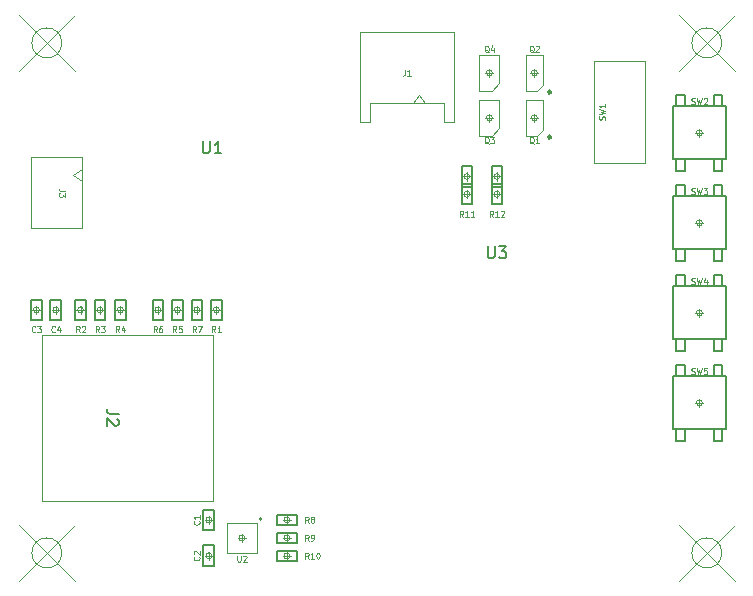
<source format=gbr>
%TF.GenerationSoftware,KiCad,Pcbnew,9.0.6*%
%TF.CreationDate,2026-01-30T18:10:03-05:00*%
%TF.ProjectId,destinationWeatherStation_v4-5,64657374-696e-4617-9469-6f6e57656174,03*%
%TF.SameCoordinates,Original*%
%TF.FileFunction,AssemblyDrawing,Top*%
%FSLAX46Y46*%
G04 Gerber Fmt 4.6, Leading zero omitted, Abs format (unit mm)*
G04 Created by KiCad (PCBNEW 9.0.6) date 2026-01-30 18:10:03*
%MOMM*%
%LPD*%
G01*
G04 APERTURE LIST*
%ADD10C,0.050000*%
%ADD11C,0.150000*%
%ADD12C,0.120000*%
%ADD13C,0.250000*%
%ADD14C,0.100000*%
G04 APERTURE END LIST*
D10*
X171418334Y-102947900D02*
X171489762Y-102971709D01*
X171489762Y-102971709D02*
X171608810Y-102971709D01*
X171608810Y-102971709D02*
X171656429Y-102947900D01*
X171656429Y-102947900D02*
X171680238Y-102924090D01*
X171680238Y-102924090D02*
X171704048Y-102876471D01*
X171704048Y-102876471D02*
X171704048Y-102828852D01*
X171704048Y-102828852D02*
X171680238Y-102781233D01*
X171680238Y-102781233D02*
X171656429Y-102757423D01*
X171656429Y-102757423D02*
X171608810Y-102733614D01*
X171608810Y-102733614D02*
X171513572Y-102709804D01*
X171513572Y-102709804D02*
X171465953Y-102685995D01*
X171465953Y-102685995D02*
X171442143Y-102662185D01*
X171442143Y-102662185D02*
X171418334Y-102614566D01*
X171418334Y-102614566D02*
X171418334Y-102566947D01*
X171418334Y-102566947D02*
X171442143Y-102519328D01*
X171442143Y-102519328D02*
X171465953Y-102495519D01*
X171465953Y-102495519D02*
X171513572Y-102471709D01*
X171513572Y-102471709D02*
X171632619Y-102471709D01*
X171632619Y-102471709D02*
X171704048Y-102495519D01*
X171870714Y-102471709D02*
X171989762Y-102971709D01*
X171989762Y-102971709D02*
X172085000Y-102614566D01*
X172085000Y-102614566D02*
X172180238Y-102971709D01*
X172180238Y-102971709D02*
X172299286Y-102471709D01*
X172727857Y-102471709D02*
X172489762Y-102471709D01*
X172489762Y-102471709D02*
X172465953Y-102709804D01*
X172465953Y-102709804D02*
X172489762Y-102685995D01*
X172489762Y-102685995D02*
X172537381Y-102662185D01*
X172537381Y-102662185D02*
X172656429Y-102662185D01*
X172656429Y-102662185D02*
X172704048Y-102685995D01*
X172704048Y-102685995D02*
X172727857Y-102709804D01*
X172727857Y-102709804D02*
X172751667Y-102757423D01*
X172751667Y-102757423D02*
X172751667Y-102876471D01*
X172751667Y-102876471D02*
X172727857Y-102924090D01*
X172727857Y-102924090D02*
X172704048Y-102947900D01*
X172704048Y-102947900D02*
X172656429Y-102971709D01*
X172656429Y-102971709D02*
X172537381Y-102971709D01*
X172537381Y-102971709D02*
X172489762Y-102947900D01*
X172489762Y-102947900D02*
X172465953Y-102924090D01*
X171418334Y-87707900D02*
X171489762Y-87731709D01*
X171489762Y-87731709D02*
X171608810Y-87731709D01*
X171608810Y-87731709D02*
X171656429Y-87707900D01*
X171656429Y-87707900D02*
X171680238Y-87684090D01*
X171680238Y-87684090D02*
X171704048Y-87636471D01*
X171704048Y-87636471D02*
X171704048Y-87588852D01*
X171704048Y-87588852D02*
X171680238Y-87541233D01*
X171680238Y-87541233D02*
X171656429Y-87517423D01*
X171656429Y-87517423D02*
X171608810Y-87493614D01*
X171608810Y-87493614D02*
X171513572Y-87469804D01*
X171513572Y-87469804D02*
X171465953Y-87445995D01*
X171465953Y-87445995D02*
X171442143Y-87422185D01*
X171442143Y-87422185D02*
X171418334Y-87374566D01*
X171418334Y-87374566D02*
X171418334Y-87326947D01*
X171418334Y-87326947D02*
X171442143Y-87279328D01*
X171442143Y-87279328D02*
X171465953Y-87255519D01*
X171465953Y-87255519D02*
X171513572Y-87231709D01*
X171513572Y-87231709D02*
X171632619Y-87231709D01*
X171632619Y-87231709D02*
X171704048Y-87255519D01*
X171870714Y-87231709D02*
X171989762Y-87731709D01*
X171989762Y-87731709D02*
X172085000Y-87374566D01*
X172085000Y-87374566D02*
X172180238Y-87731709D01*
X172180238Y-87731709D02*
X172299286Y-87231709D01*
X172442143Y-87231709D02*
X172751667Y-87231709D01*
X172751667Y-87231709D02*
X172585000Y-87422185D01*
X172585000Y-87422185D02*
X172656429Y-87422185D01*
X172656429Y-87422185D02*
X172704048Y-87445995D01*
X172704048Y-87445995D02*
X172727857Y-87469804D01*
X172727857Y-87469804D02*
X172751667Y-87517423D01*
X172751667Y-87517423D02*
X172751667Y-87636471D01*
X172751667Y-87636471D02*
X172727857Y-87684090D01*
X172727857Y-87684090D02*
X172704048Y-87707900D01*
X172704048Y-87707900D02*
X172656429Y-87731709D01*
X172656429Y-87731709D02*
X172513572Y-87731709D01*
X172513572Y-87731709D02*
X172465953Y-87707900D01*
X172465953Y-87707900D02*
X172442143Y-87684090D01*
X171418334Y-80087900D02*
X171489762Y-80111709D01*
X171489762Y-80111709D02*
X171608810Y-80111709D01*
X171608810Y-80111709D02*
X171656429Y-80087900D01*
X171656429Y-80087900D02*
X171680238Y-80064090D01*
X171680238Y-80064090D02*
X171704048Y-80016471D01*
X171704048Y-80016471D02*
X171704048Y-79968852D01*
X171704048Y-79968852D02*
X171680238Y-79921233D01*
X171680238Y-79921233D02*
X171656429Y-79897423D01*
X171656429Y-79897423D02*
X171608810Y-79873614D01*
X171608810Y-79873614D02*
X171513572Y-79849804D01*
X171513572Y-79849804D02*
X171465953Y-79825995D01*
X171465953Y-79825995D02*
X171442143Y-79802185D01*
X171442143Y-79802185D02*
X171418334Y-79754566D01*
X171418334Y-79754566D02*
X171418334Y-79706947D01*
X171418334Y-79706947D02*
X171442143Y-79659328D01*
X171442143Y-79659328D02*
X171465953Y-79635519D01*
X171465953Y-79635519D02*
X171513572Y-79611709D01*
X171513572Y-79611709D02*
X171632619Y-79611709D01*
X171632619Y-79611709D02*
X171704048Y-79635519D01*
X171870714Y-79611709D02*
X171989762Y-80111709D01*
X171989762Y-80111709D02*
X172085000Y-79754566D01*
X172085000Y-79754566D02*
X172180238Y-80111709D01*
X172180238Y-80111709D02*
X172299286Y-79611709D01*
X172465953Y-79659328D02*
X172489762Y-79635519D01*
X172489762Y-79635519D02*
X172537381Y-79611709D01*
X172537381Y-79611709D02*
X172656429Y-79611709D01*
X172656429Y-79611709D02*
X172704048Y-79635519D01*
X172704048Y-79635519D02*
X172727857Y-79659328D01*
X172727857Y-79659328D02*
X172751667Y-79706947D01*
X172751667Y-79706947D02*
X172751667Y-79754566D01*
X172751667Y-79754566D02*
X172727857Y-79825995D01*
X172727857Y-79825995D02*
X172442143Y-80111709D01*
X172442143Y-80111709D02*
X172751667Y-80111709D01*
X158067380Y-75714328D02*
X158019761Y-75690519D01*
X158019761Y-75690519D02*
X157972142Y-75642900D01*
X157972142Y-75642900D02*
X157900714Y-75571471D01*
X157900714Y-75571471D02*
X157853095Y-75547661D01*
X157853095Y-75547661D02*
X157805476Y-75547661D01*
X157829285Y-75666709D02*
X157781666Y-75642900D01*
X157781666Y-75642900D02*
X157734047Y-75595280D01*
X157734047Y-75595280D02*
X157710238Y-75500042D01*
X157710238Y-75500042D02*
X157710238Y-75333376D01*
X157710238Y-75333376D02*
X157734047Y-75238138D01*
X157734047Y-75238138D02*
X157781666Y-75190519D01*
X157781666Y-75190519D02*
X157829285Y-75166709D01*
X157829285Y-75166709D02*
X157924523Y-75166709D01*
X157924523Y-75166709D02*
X157972142Y-75190519D01*
X157972142Y-75190519D02*
X158019761Y-75238138D01*
X158019761Y-75238138D02*
X158043571Y-75333376D01*
X158043571Y-75333376D02*
X158043571Y-75500042D01*
X158043571Y-75500042D02*
X158019761Y-75595280D01*
X158019761Y-75595280D02*
X157972142Y-75642900D01*
X157972142Y-75642900D02*
X157924523Y-75666709D01*
X157924523Y-75666709D02*
X157829285Y-75666709D01*
X158234048Y-75214328D02*
X158257857Y-75190519D01*
X158257857Y-75190519D02*
X158305476Y-75166709D01*
X158305476Y-75166709D02*
X158424524Y-75166709D01*
X158424524Y-75166709D02*
X158472143Y-75190519D01*
X158472143Y-75190519D02*
X158495952Y-75214328D01*
X158495952Y-75214328D02*
X158519762Y-75261947D01*
X158519762Y-75261947D02*
X158519762Y-75309566D01*
X158519762Y-75309566D02*
X158495952Y-75380995D01*
X158495952Y-75380995D02*
X158210238Y-75666709D01*
X158210238Y-75666709D02*
X158519762Y-75666709D01*
X154618571Y-89636709D02*
X154451905Y-89398614D01*
X154332857Y-89636709D02*
X154332857Y-89136709D01*
X154332857Y-89136709D02*
X154523333Y-89136709D01*
X154523333Y-89136709D02*
X154570952Y-89160519D01*
X154570952Y-89160519D02*
X154594762Y-89184328D01*
X154594762Y-89184328D02*
X154618571Y-89231947D01*
X154618571Y-89231947D02*
X154618571Y-89303376D01*
X154618571Y-89303376D02*
X154594762Y-89350995D01*
X154594762Y-89350995D02*
X154570952Y-89374804D01*
X154570952Y-89374804D02*
X154523333Y-89398614D01*
X154523333Y-89398614D02*
X154332857Y-89398614D01*
X155094762Y-89636709D02*
X154809048Y-89636709D01*
X154951905Y-89636709D02*
X154951905Y-89136709D01*
X154951905Y-89136709D02*
X154904286Y-89208138D01*
X154904286Y-89208138D02*
X154856667Y-89255757D01*
X154856667Y-89255757D02*
X154809048Y-89279566D01*
X155285238Y-89184328D02*
X155309047Y-89160519D01*
X155309047Y-89160519D02*
X155356666Y-89136709D01*
X155356666Y-89136709D02*
X155475714Y-89136709D01*
X155475714Y-89136709D02*
X155523333Y-89160519D01*
X155523333Y-89160519D02*
X155547142Y-89184328D01*
X155547142Y-89184328D02*
X155570952Y-89231947D01*
X155570952Y-89231947D02*
X155570952Y-89279566D01*
X155570952Y-89279566D02*
X155547142Y-89350995D01*
X155547142Y-89350995D02*
X155261428Y-89636709D01*
X155261428Y-89636709D02*
X155570952Y-89636709D01*
X129721090Y-118435333D02*
X129744900Y-118459142D01*
X129744900Y-118459142D02*
X129768709Y-118530571D01*
X129768709Y-118530571D02*
X129768709Y-118578190D01*
X129768709Y-118578190D02*
X129744900Y-118649618D01*
X129744900Y-118649618D02*
X129697280Y-118697237D01*
X129697280Y-118697237D02*
X129649661Y-118721047D01*
X129649661Y-118721047D02*
X129554423Y-118744856D01*
X129554423Y-118744856D02*
X129482995Y-118744856D01*
X129482995Y-118744856D02*
X129387757Y-118721047D01*
X129387757Y-118721047D02*
X129340138Y-118697237D01*
X129340138Y-118697237D02*
X129292519Y-118649618D01*
X129292519Y-118649618D02*
X129268709Y-118578190D01*
X129268709Y-118578190D02*
X129268709Y-118530571D01*
X129268709Y-118530571D02*
X129292519Y-118459142D01*
X129292519Y-118459142D02*
X129316328Y-118435333D01*
X129316328Y-118244856D02*
X129292519Y-118221047D01*
X129292519Y-118221047D02*
X129268709Y-118173428D01*
X129268709Y-118173428D02*
X129268709Y-118054380D01*
X129268709Y-118054380D02*
X129292519Y-118006761D01*
X129292519Y-118006761D02*
X129316328Y-117982952D01*
X129316328Y-117982952D02*
X129363947Y-117959142D01*
X129363947Y-117959142D02*
X129411566Y-117959142D01*
X129411566Y-117959142D02*
X129482995Y-117982952D01*
X129482995Y-117982952D02*
X129768709Y-118268666D01*
X129768709Y-118268666D02*
X129768709Y-117959142D01*
X147153333Y-77198709D02*
X147153333Y-77555852D01*
X147153333Y-77555852D02*
X147129524Y-77627280D01*
X147129524Y-77627280D02*
X147081905Y-77674900D01*
X147081905Y-77674900D02*
X147010476Y-77698709D01*
X147010476Y-77698709D02*
X146962857Y-77698709D01*
X147653333Y-77698709D02*
X147367619Y-77698709D01*
X147510476Y-77698709D02*
X147510476Y-77198709D01*
X147510476Y-77198709D02*
X147462857Y-77270138D01*
X147462857Y-77270138D02*
X147415238Y-77317757D01*
X147415238Y-77317757D02*
X147367619Y-77341566D01*
X154257380Y-75714328D02*
X154209761Y-75690519D01*
X154209761Y-75690519D02*
X154162142Y-75642900D01*
X154162142Y-75642900D02*
X154090714Y-75571471D01*
X154090714Y-75571471D02*
X154043095Y-75547661D01*
X154043095Y-75547661D02*
X153995476Y-75547661D01*
X154019285Y-75666709D02*
X153971666Y-75642900D01*
X153971666Y-75642900D02*
X153924047Y-75595280D01*
X153924047Y-75595280D02*
X153900238Y-75500042D01*
X153900238Y-75500042D02*
X153900238Y-75333376D01*
X153900238Y-75333376D02*
X153924047Y-75238138D01*
X153924047Y-75238138D02*
X153971666Y-75190519D01*
X153971666Y-75190519D02*
X154019285Y-75166709D01*
X154019285Y-75166709D02*
X154114523Y-75166709D01*
X154114523Y-75166709D02*
X154162142Y-75190519D01*
X154162142Y-75190519D02*
X154209761Y-75238138D01*
X154209761Y-75238138D02*
X154233571Y-75333376D01*
X154233571Y-75333376D02*
X154233571Y-75500042D01*
X154233571Y-75500042D02*
X154209761Y-75595280D01*
X154209761Y-75595280D02*
X154162142Y-75642900D01*
X154162142Y-75642900D02*
X154114523Y-75666709D01*
X154114523Y-75666709D02*
X154019285Y-75666709D01*
X154662143Y-75333376D02*
X154662143Y-75666709D01*
X154543095Y-75142900D02*
X154424048Y-75500042D01*
X154424048Y-75500042D02*
X154733571Y-75500042D01*
D11*
X122915180Y-106346666D02*
X122200895Y-106346666D01*
X122200895Y-106346666D02*
X122058038Y-106299047D01*
X122058038Y-106299047D02*
X121962800Y-106203809D01*
X121962800Y-106203809D02*
X121915180Y-106060952D01*
X121915180Y-106060952D02*
X121915180Y-105965714D01*
X122819942Y-106775238D02*
X122867561Y-106822857D01*
X122867561Y-106822857D02*
X122915180Y-106918095D01*
X122915180Y-106918095D02*
X122915180Y-107156190D01*
X122915180Y-107156190D02*
X122867561Y-107251428D01*
X122867561Y-107251428D02*
X122819942Y-107299047D01*
X122819942Y-107299047D02*
X122724704Y-107346666D01*
X122724704Y-107346666D02*
X122629466Y-107346666D01*
X122629466Y-107346666D02*
X122486609Y-107299047D01*
X122486609Y-107299047D02*
X121915180Y-106727619D01*
X121915180Y-106727619D02*
X121915180Y-107346666D01*
D10*
X171418334Y-95327900D02*
X171489762Y-95351709D01*
X171489762Y-95351709D02*
X171608810Y-95351709D01*
X171608810Y-95351709D02*
X171656429Y-95327900D01*
X171656429Y-95327900D02*
X171680238Y-95304090D01*
X171680238Y-95304090D02*
X171704048Y-95256471D01*
X171704048Y-95256471D02*
X171704048Y-95208852D01*
X171704048Y-95208852D02*
X171680238Y-95161233D01*
X171680238Y-95161233D02*
X171656429Y-95137423D01*
X171656429Y-95137423D02*
X171608810Y-95113614D01*
X171608810Y-95113614D02*
X171513572Y-95089804D01*
X171513572Y-95089804D02*
X171465953Y-95065995D01*
X171465953Y-95065995D02*
X171442143Y-95042185D01*
X171442143Y-95042185D02*
X171418334Y-94994566D01*
X171418334Y-94994566D02*
X171418334Y-94946947D01*
X171418334Y-94946947D02*
X171442143Y-94899328D01*
X171442143Y-94899328D02*
X171465953Y-94875519D01*
X171465953Y-94875519D02*
X171513572Y-94851709D01*
X171513572Y-94851709D02*
X171632619Y-94851709D01*
X171632619Y-94851709D02*
X171704048Y-94875519D01*
X171870714Y-94851709D02*
X171989762Y-95351709D01*
X171989762Y-95351709D02*
X172085000Y-94994566D01*
X172085000Y-94994566D02*
X172180238Y-95351709D01*
X172180238Y-95351709D02*
X172299286Y-94851709D01*
X172704048Y-95018376D02*
X172704048Y-95351709D01*
X172585000Y-94827900D02*
X172465953Y-95185042D01*
X172465953Y-95185042D02*
X172775476Y-95185042D01*
X138994655Y-118592709D02*
X138827989Y-118354614D01*
X138708941Y-118592709D02*
X138708941Y-118092709D01*
X138708941Y-118092709D02*
X138899417Y-118092709D01*
X138899417Y-118092709D02*
X138947036Y-118116519D01*
X138947036Y-118116519D02*
X138970846Y-118140328D01*
X138970846Y-118140328D02*
X138994655Y-118187947D01*
X138994655Y-118187947D02*
X138994655Y-118259376D01*
X138994655Y-118259376D02*
X138970846Y-118306995D01*
X138970846Y-118306995D02*
X138947036Y-118330804D01*
X138947036Y-118330804D02*
X138899417Y-118354614D01*
X138899417Y-118354614D02*
X138708941Y-118354614D01*
X139470846Y-118592709D02*
X139185132Y-118592709D01*
X139327989Y-118592709D02*
X139327989Y-118092709D01*
X139327989Y-118092709D02*
X139280370Y-118164138D01*
X139280370Y-118164138D02*
X139232751Y-118211757D01*
X139232751Y-118211757D02*
X139185132Y-118235566D01*
X139780369Y-118092709D02*
X139827988Y-118092709D01*
X139827988Y-118092709D02*
X139875607Y-118116519D01*
X139875607Y-118116519D02*
X139899417Y-118140328D01*
X139899417Y-118140328D02*
X139923226Y-118187947D01*
X139923226Y-118187947D02*
X139947036Y-118283185D01*
X139947036Y-118283185D02*
X139947036Y-118402233D01*
X139947036Y-118402233D02*
X139923226Y-118497471D01*
X139923226Y-118497471D02*
X139899417Y-118545090D01*
X139899417Y-118545090D02*
X139875607Y-118568900D01*
X139875607Y-118568900D02*
X139827988Y-118592709D01*
X139827988Y-118592709D02*
X139780369Y-118592709D01*
X139780369Y-118592709D02*
X139732750Y-118568900D01*
X139732750Y-118568900D02*
X139708941Y-118545090D01*
X139708941Y-118545090D02*
X139685131Y-118497471D01*
X139685131Y-118497471D02*
X139661322Y-118402233D01*
X139661322Y-118402233D02*
X139661322Y-118283185D01*
X139661322Y-118283185D02*
X139685131Y-118187947D01*
X139685131Y-118187947D02*
X139708941Y-118140328D01*
X139708941Y-118140328D02*
X139732750Y-118116519D01*
X139732750Y-118116519D02*
X139780369Y-118092709D01*
X127805666Y-99415709D02*
X127639000Y-99177614D01*
X127519952Y-99415709D02*
X127519952Y-98915709D01*
X127519952Y-98915709D02*
X127710428Y-98915709D01*
X127710428Y-98915709D02*
X127758047Y-98939519D01*
X127758047Y-98939519D02*
X127781857Y-98963328D01*
X127781857Y-98963328D02*
X127805666Y-99010947D01*
X127805666Y-99010947D02*
X127805666Y-99082376D01*
X127805666Y-99082376D02*
X127781857Y-99129995D01*
X127781857Y-99129995D02*
X127758047Y-99153804D01*
X127758047Y-99153804D02*
X127710428Y-99177614D01*
X127710428Y-99177614D02*
X127519952Y-99177614D01*
X128258047Y-98915709D02*
X128019952Y-98915709D01*
X128019952Y-98915709D02*
X127996143Y-99153804D01*
X127996143Y-99153804D02*
X128019952Y-99129995D01*
X128019952Y-99129995D02*
X128067571Y-99106185D01*
X128067571Y-99106185D02*
X128186619Y-99106185D01*
X128186619Y-99106185D02*
X128234238Y-99129995D01*
X128234238Y-99129995D02*
X128258047Y-99153804D01*
X128258047Y-99153804D02*
X128281857Y-99201423D01*
X128281857Y-99201423D02*
X128281857Y-99320471D01*
X128281857Y-99320471D02*
X128258047Y-99368090D01*
X128258047Y-99368090D02*
X128234238Y-99391900D01*
X128234238Y-99391900D02*
X128186619Y-99415709D01*
X128186619Y-99415709D02*
X128067571Y-99415709D01*
X128067571Y-99415709D02*
X128019952Y-99391900D01*
X128019952Y-99391900D02*
X127996143Y-99368090D01*
X117518666Y-99368090D02*
X117494857Y-99391900D01*
X117494857Y-99391900D02*
X117423428Y-99415709D01*
X117423428Y-99415709D02*
X117375809Y-99415709D01*
X117375809Y-99415709D02*
X117304381Y-99391900D01*
X117304381Y-99391900D02*
X117256762Y-99344280D01*
X117256762Y-99344280D02*
X117232952Y-99296661D01*
X117232952Y-99296661D02*
X117209143Y-99201423D01*
X117209143Y-99201423D02*
X117209143Y-99129995D01*
X117209143Y-99129995D02*
X117232952Y-99034757D01*
X117232952Y-99034757D02*
X117256762Y-98987138D01*
X117256762Y-98987138D02*
X117304381Y-98939519D01*
X117304381Y-98939519D02*
X117375809Y-98915709D01*
X117375809Y-98915709D02*
X117423428Y-98915709D01*
X117423428Y-98915709D02*
X117494857Y-98939519D01*
X117494857Y-98939519D02*
X117518666Y-98963328D01*
X117947238Y-99082376D02*
X117947238Y-99415709D01*
X117828190Y-98891900D02*
X117709143Y-99249042D01*
X117709143Y-99249042D02*
X118018666Y-99249042D01*
X121259666Y-99415709D02*
X121093000Y-99177614D01*
X120973952Y-99415709D02*
X120973952Y-98915709D01*
X120973952Y-98915709D02*
X121164428Y-98915709D01*
X121164428Y-98915709D02*
X121212047Y-98939519D01*
X121212047Y-98939519D02*
X121235857Y-98963328D01*
X121235857Y-98963328D02*
X121259666Y-99010947D01*
X121259666Y-99010947D02*
X121259666Y-99082376D01*
X121259666Y-99082376D02*
X121235857Y-99129995D01*
X121235857Y-99129995D02*
X121212047Y-99153804D01*
X121212047Y-99153804D02*
X121164428Y-99177614D01*
X121164428Y-99177614D02*
X120973952Y-99177614D01*
X121426333Y-98915709D02*
X121735857Y-98915709D01*
X121735857Y-98915709D02*
X121569190Y-99106185D01*
X121569190Y-99106185D02*
X121640619Y-99106185D01*
X121640619Y-99106185D02*
X121688238Y-99129995D01*
X121688238Y-99129995D02*
X121712047Y-99153804D01*
X121712047Y-99153804D02*
X121735857Y-99201423D01*
X121735857Y-99201423D02*
X121735857Y-99320471D01*
X121735857Y-99320471D02*
X121712047Y-99368090D01*
X121712047Y-99368090D02*
X121688238Y-99391900D01*
X121688238Y-99391900D02*
X121640619Y-99415709D01*
X121640619Y-99415709D02*
X121497762Y-99415709D01*
X121497762Y-99415709D02*
X121450143Y-99391900D01*
X121450143Y-99391900D02*
X121426333Y-99368090D01*
D11*
X130048095Y-83274819D02*
X130048095Y-84084342D01*
X130048095Y-84084342D02*
X130095714Y-84179580D01*
X130095714Y-84179580D02*
X130143333Y-84227200D01*
X130143333Y-84227200D02*
X130238571Y-84274819D01*
X130238571Y-84274819D02*
X130429047Y-84274819D01*
X130429047Y-84274819D02*
X130524285Y-84227200D01*
X130524285Y-84227200D02*
X130571904Y-84179580D01*
X130571904Y-84179580D02*
X130619523Y-84084342D01*
X130619523Y-84084342D02*
X130619523Y-83274819D01*
X131619523Y-84274819D02*
X131048095Y-84274819D01*
X131333809Y-84274819D02*
X131333809Y-83274819D01*
X131333809Y-83274819D02*
X131238571Y-83417676D01*
X131238571Y-83417676D02*
X131143333Y-83512914D01*
X131143333Y-83512914D02*
X131048095Y-83560533D01*
D10*
X118381290Y-87463333D02*
X118024147Y-87463333D01*
X118024147Y-87463333D02*
X117952719Y-87439524D01*
X117952719Y-87439524D02*
X117905100Y-87391905D01*
X117905100Y-87391905D02*
X117881290Y-87320476D01*
X117881290Y-87320476D02*
X117881290Y-87272857D01*
X118381290Y-87653809D02*
X118381290Y-87963333D01*
X118381290Y-87963333D02*
X118190814Y-87796666D01*
X118190814Y-87796666D02*
X118190814Y-87868095D01*
X118190814Y-87868095D02*
X118167004Y-87915714D01*
X118167004Y-87915714D02*
X118143195Y-87939523D01*
X118143195Y-87939523D02*
X118095576Y-87963333D01*
X118095576Y-87963333D02*
X117976528Y-87963333D01*
X117976528Y-87963333D02*
X117928909Y-87939523D01*
X117928909Y-87939523D02*
X117905100Y-87915714D01*
X117905100Y-87915714D02*
X117881290Y-87868095D01*
X117881290Y-87868095D02*
X117881290Y-87725238D01*
X117881290Y-87725238D02*
X117905100Y-87677619D01*
X117905100Y-87677619D02*
X117928909Y-87653809D01*
X131107666Y-99415709D02*
X130941000Y-99177614D01*
X130821952Y-99415709D02*
X130821952Y-98915709D01*
X130821952Y-98915709D02*
X131012428Y-98915709D01*
X131012428Y-98915709D02*
X131060047Y-98939519D01*
X131060047Y-98939519D02*
X131083857Y-98963328D01*
X131083857Y-98963328D02*
X131107666Y-99010947D01*
X131107666Y-99010947D02*
X131107666Y-99082376D01*
X131107666Y-99082376D02*
X131083857Y-99129995D01*
X131083857Y-99129995D02*
X131060047Y-99153804D01*
X131060047Y-99153804D02*
X131012428Y-99177614D01*
X131012428Y-99177614D02*
X130821952Y-99177614D01*
X131583857Y-99415709D02*
X131298143Y-99415709D01*
X131441000Y-99415709D02*
X131441000Y-98915709D01*
X131441000Y-98915709D02*
X131393381Y-98987138D01*
X131393381Y-98987138D02*
X131345762Y-99034757D01*
X131345762Y-99034757D02*
X131298143Y-99058566D01*
X132969047Y-118346709D02*
X132969047Y-118751471D01*
X132969047Y-118751471D02*
X132992857Y-118799090D01*
X132992857Y-118799090D02*
X133016666Y-118822900D01*
X133016666Y-118822900D02*
X133064285Y-118846709D01*
X133064285Y-118846709D02*
X133159523Y-118846709D01*
X133159523Y-118846709D02*
X133207142Y-118822900D01*
X133207142Y-118822900D02*
X133230952Y-118799090D01*
X133230952Y-118799090D02*
X133254761Y-118751471D01*
X133254761Y-118751471D02*
X133254761Y-118346709D01*
X133469048Y-118394328D02*
X133492857Y-118370519D01*
X133492857Y-118370519D02*
X133540476Y-118346709D01*
X133540476Y-118346709D02*
X133659524Y-118346709D01*
X133659524Y-118346709D02*
X133707143Y-118370519D01*
X133707143Y-118370519D02*
X133730952Y-118394328D01*
X133730952Y-118394328D02*
X133754762Y-118441947D01*
X133754762Y-118441947D02*
X133754762Y-118489566D01*
X133754762Y-118489566D02*
X133730952Y-118560995D01*
X133730952Y-118560995D02*
X133445238Y-118846709D01*
X133445238Y-118846709D02*
X133754762Y-118846709D01*
X158067380Y-83461328D02*
X158019761Y-83437519D01*
X158019761Y-83437519D02*
X157972142Y-83389900D01*
X157972142Y-83389900D02*
X157900714Y-83318471D01*
X157900714Y-83318471D02*
X157853095Y-83294661D01*
X157853095Y-83294661D02*
X157805476Y-83294661D01*
X157829285Y-83413709D02*
X157781666Y-83389900D01*
X157781666Y-83389900D02*
X157734047Y-83342280D01*
X157734047Y-83342280D02*
X157710238Y-83247042D01*
X157710238Y-83247042D02*
X157710238Y-83080376D01*
X157710238Y-83080376D02*
X157734047Y-82985138D01*
X157734047Y-82985138D02*
X157781666Y-82937519D01*
X157781666Y-82937519D02*
X157829285Y-82913709D01*
X157829285Y-82913709D02*
X157924523Y-82913709D01*
X157924523Y-82913709D02*
X157972142Y-82937519D01*
X157972142Y-82937519D02*
X158019761Y-82985138D01*
X158019761Y-82985138D02*
X158043571Y-83080376D01*
X158043571Y-83080376D02*
X158043571Y-83247042D01*
X158043571Y-83247042D02*
X158019761Y-83342280D01*
X158019761Y-83342280D02*
X157972142Y-83389900D01*
X157972142Y-83389900D02*
X157924523Y-83413709D01*
X157924523Y-83413709D02*
X157829285Y-83413709D01*
X158519762Y-83413709D02*
X158234048Y-83413709D01*
X158376905Y-83413709D02*
X158376905Y-82913709D01*
X158376905Y-82913709D02*
X158329286Y-82985138D01*
X158329286Y-82985138D02*
X158281667Y-83032757D01*
X158281667Y-83032757D02*
X158234048Y-83056566D01*
X119608666Y-99415709D02*
X119442000Y-99177614D01*
X119322952Y-99415709D02*
X119322952Y-98915709D01*
X119322952Y-98915709D02*
X119513428Y-98915709D01*
X119513428Y-98915709D02*
X119561047Y-98939519D01*
X119561047Y-98939519D02*
X119584857Y-98963328D01*
X119584857Y-98963328D02*
X119608666Y-99010947D01*
X119608666Y-99010947D02*
X119608666Y-99082376D01*
X119608666Y-99082376D02*
X119584857Y-99129995D01*
X119584857Y-99129995D02*
X119561047Y-99153804D01*
X119561047Y-99153804D02*
X119513428Y-99177614D01*
X119513428Y-99177614D02*
X119322952Y-99177614D01*
X119799143Y-98963328D02*
X119822952Y-98939519D01*
X119822952Y-98939519D02*
X119870571Y-98915709D01*
X119870571Y-98915709D02*
X119989619Y-98915709D01*
X119989619Y-98915709D02*
X120037238Y-98939519D01*
X120037238Y-98939519D02*
X120061047Y-98963328D01*
X120061047Y-98963328D02*
X120084857Y-99010947D01*
X120084857Y-99010947D02*
X120084857Y-99058566D01*
X120084857Y-99058566D02*
X120061047Y-99129995D01*
X120061047Y-99129995D02*
X119775333Y-99415709D01*
X119775333Y-99415709D02*
X120084857Y-99415709D01*
D11*
X154178095Y-92164819D02*
X154178095Y-92974342D01*
X154178095Y-92974342D02*
X154225714Y-93069580D01*
X154225714Y-93069580D02*
X154273333Y-93117200D01*
X154273333Y-93117200D02*
X154368571Y-93164819D01*
X154368571Y-93164819D02*
X154559047Y-93164819D01*
X154559047Y-93164819D02*
X154654285Y-93117200D01*
X154654285Y-93117200D02*
X154701904Y-93069580D01*
X154701904Y-93069580D02*
X154749523Y-92974342D01*
X154749523Y-92974342D02*
X154749523Y-92164819D01*
X155130476Y-92164819D02*
X155749523Y-92164819D01*
X155749523Y-92164819D02*
X155416190Y-92545771D01*
X155416190Y-92545771D02*
X155559047Y-92545771D01*
X155559047Y-92545771D02*
X155654285Y-92593390D01*
X155654285Y-92593390D02*
X155701904Y-92641009D01*
X155701904Y-92641009D02*
X155749523Y-92736247D01*
X155749523Y-92736247D02*
X155749523Y-92974342D01*
X155749523Y-92974342D02*
X155701904Y-93069580D01*
X155701904Y-93069580D02*
X155654285Y-93117200D01*
X155654285Y-93117200D02*
X155559047Y-93164819D01*
X155559047Y-93164819D02*
X155273333Y-93164819D01*
X155273333Y-93164819D02*
X155178095Y-93117200D01*
X155178095Y-93117200D02*
X155130476Y-93069580D01*
D10*
X138994655Y-117068709D02*
X138827989Y-116830614D01*
X138708941Y-117068709D02*
X138708941Y-116568709D01*
X138708941Y-116568709D02*
X138899417Y-116568709D01*
X138899417Y-116568709D02*
X138947036Y-116592519D01*
X138947036Y-116592519D02*
X138970846Y-116616328D01*
X138970846Y-116616328D02*
X138994655Y-116663947D01*
X138994655Y-116663947D02*
X138994655Y-116735376D01*
X138994655Y-116735376D02*
X138970846Y-116782995D01*
X138970846Y-116782995D02*
X138947036Y-116806804D01*
X138947036Y-116806804D02*
X138899417Y-116830614D01*
X138899417Y-116830614D02*
X138708941Y-116830614D01*
X139232751Y-117068709D02*
X139327989Y-117068709D01*
X139327989Y-117068709D02*
X139375608Y-117044900D01*
X139375608Y-117044900D02*
X139399417Y-117021090D01*
X139399417Y-117021090D02*
X139447036Y-116949661D01*
X139447036Y-116949661D02*
X139470846Y-116854423D01*
X139470846Y-116854423D02*
X139470846Y-116663947D01*
X139470846Y-116663947D02*
X139447036Y-116616328D01*
X139447036Y-116616328D02*
X139423227Y-116592519D01*
X139423227Y-116592519D02*
X139375608Y-116568709D01*
X139375608Y-116568709D02*
X139280370Y-116568709D01*
X139280370Y-116568709D02*
X139232751Y-116592519D01*
X139232751Y-116592519D02*
X139208941Y-116616328D01*
X139208941Y-116616328D02*
X139185132Y-116663947D01*
X139185132Y-116663947D02*
X139185132Y-116782995D01*
X139185132Y-116782995D02*
X139208941Y-116830614D01*
X139208941Y-116830614D02*
X139232751Y-116854423D01*
X139232751Y-116854423D02*
X139280370Y-116878233D01*
X139280370Y-116878233D02*
X139375608Y-116878233D01*
X139375608Y-116878233D02*
X139423227Y-116854423D01*
X139423227Y-116854423D02*
X139447036Y-116830614D01*
X139447036Y-116830614D02*
X139470846Y-116782995D01*
X126154666Y-99415709D02*
X125988000Y-99177614D01*
X125868952Y-99415709D02*
X125868952Y-98915709D01*
X125868952Y-98915709D02*
X126059428Y-98915709D01*
X126059428Y-98915709D02*
X126107047Y-98939519D01*
X126107047Y-98939519D02*
X126130857Y-98963328D01*
X126130857Y-98963328D02*
X126154666Y-99010947D01*
X126154666Y-99010947D02*
X126154666Y-99082376D01*
X126154666Y-99082376D02*
X126130857Y-99129995D01*
X126130857Y-99129995D02*
X126107047Y-99153804D01*
X126107047Y-99153804D02*
X126059428Y-99177614D01*
X126059428Y-99177614D02*
X125868952Y-99177614D01*
X126583238Y-98915709D02*
X126488000Y-98915709D01*
X126488000Y-98915709D02*
X126440381Y-98939519D01*
X126440381Y-98939519D02*
X126416571Y-98963328D01*
X126416571Y-98963328D02*
X126368952Y-99034757D01*
X126368952Y-99034757D02*
X126345143Y-99129995D01*
X126345143Y-99129995D02*
X126345143Y-99320471D01*
X126345143Y-99320471D02*
X126368952Y-99368090D01*
X126368952Y-99368090D02*
X126392762Y-99391900D01*
X126392762Y-99391900D02*
X126440381Y-99415709D01*
X126440381Y-99415709D02*
X126535619Y-99415709D01*
X126535619Y-99415709D02*
X126583238Y-99391900D01*
X126583238Y-99391900D02*
X126607047Y-99368090D01*
X126607047Y-99368090D02*
X126630857Y-99320471D01*
X126630857Y-99320471D02*
X126630857Y-99201423D01*
X126630857Y-99201423D02*
X126607047Y-99153804D01*
X126607047Y-99153804D02*
X126583238Y-99129995D01*
X126583238Y-99129995D02*
X126535619Y-99106185D01*
X126535619Y-99106185D02*
X126440381Y-99106185D01*
X126440381Y-99106185D02*
X126392762Y-99129995D01*
X126392762Y-99129995D02*
X126368952Y-99153804D01*
X126368952Y-99153804D02*
X126345143Y-99201423D01*
X164058900Y-81438665D02*
X164082709Y-81367237D01*
X164082709Y-81367237D02*
X164082709Y-81248189D01*
X164082709Y-81248189D02*
X164058900Y-81200570D01*
X164058900Y-81200570D02*
X164035090Y-81176761D01*
X164035090Y-81176761D02*
X163987471Y-81152951D01*
X163987471Y-81152951D02*
X163939852Y-81152951D01*
X163939852Y-81152951D02*
X163892233Y-81176761D01*
X163892233Y-81176761D02*
X163868423Y-81200570D01*
X163868423Y-81200570D02*
X163844614Y-81248189D01*
X163844614Y-81248189D02*
X163820804Y-81343427D01*
X163820804Y-81343427D02*
X163796995Y-81391046D01*
X163796995Y-81391046D02*
X163773185Y-81414856D01*
X163773185Y-81414856D02*
X163725566Y-81438665D01*
X163725566Y-81438665D02*
X163677947Y-81438665D01*
X163677947Y-81438665D02*
X163630328Y-81414856D01*
X163630328Y-81414856D02*
X163606519Y-81391046D01*
X163606519Y-81391046D02*
X163582709Y-81343427D01*
X163582709Y-81343427D02*
X163582709Y-81224380D01*
X163582709Y-81224380D02*
X163606519Y-81152951D01*
X163582709Y-80986285D02*
X164082709Y-80867237D01*
X164082709Y-80867237D02*
X163725566Y-80771999D01*
X163725566Y-80771999D02*
X164082709Y-80676761D01*
X164082709Y-80676761D02*
X163582709Y-80557714D01*
X164082709Y-80105332D02*
X164082709Y-80391046D01*
X164082709Y-80248189D02*
X163582709Y-80248189D01*
X163582709Y-80248189D02*
X163654138Y-80295808D01*
X163654138Y-80295808D02*
X163701757Y-80343427D01*
X163701757Y-80343427D02*
X163725566Y-80391046D01*
X129456666Y-99415709D02*
X129290000Y-99177614D01*
X129170952Y-99415709D02*
X129170952Y-98915709D01*
X129170952Y-98915709D02*
X129361428Y-98915709D01*
X129361428Y-98915709D02*
X129409047Y-98939519D01*
X129409047Y-98939519D02*
X129432857Y-98963328D01*
X129432857Y-98963328D02*
X129456666Y-99010947D01*
X129456666Y-99010947D02*
X129456666Y-99082376D01*
X129456666Y-99082376D02*
X129432857Y-99129995D01*
X129432857Y-99129995D02*
X129409047Y-99153804D01*
X129409047Y-99153804D02*
X129361428Y-99177614D01*
X129361428Y-99177614D02*
X129170952Y-99177614D01*
X129623333Y-98915709D02*
X129956666Y-98915709D01*
X129956666Y-98915709D02*
X129742381Y-99415709D01*
X152078571Y-89636709D02*
X151911905Y-89398614D01*
X151792857Y-89636709D02*
X151792857Y-89136709D01*
X151792857Y-89136709D02*
X151983333Y-89136709D01*
X151983333Y-89136709D02*
X152030952Y-89160519D01*
X152030952Y-89160519D02*
X152054762Y-89184328D01*
X152054762Y-89184328D02*
X152078571Y-89231947D01*
X152078571Y-89231947D02*
X152078571Y-89303376D01*
X152078571Y-89303376D02*
X152054762Y-89350995D01*
X152054762Y-89350995D02*
X152030952Y-89374804D01*
X152030952Y-89374804D02*
X151983333Y-89398614D01*
X151983333Y-89398614D02*
X151792857Y-89398614D01*
X152554762Y-89636709D02*
X152269048Y-89636709D01*
X152411905Y-89636709D02*
X152411905Y-89136709D01*
X152411905Y-89136709D02*
X152364286Y-89208138D01*
X152364286Y-89208138D02*
X152316667Y-89255757D01*
X152316667Y-89255757D02*
X152269048Y-89279566D01*
X153030952Y-89636709D02*
X152745238Y-89636709D01*
X152888095Y-89636709D02*
X152888095Y-89136709D01*
X152888095Y-89136709D02*
X152840476Y-89208138D01*
X152840476Y-89208138D02*
X152792857Y-89255757D01*
X152792857Y-89255757D02*
X152745238Y-89279566D01*
X138994655Y-115544709D02*
X138827989Y-115306614D01*
X138708941Y-115544709D02*
X138708941Y-115044709D01*
X138708941Y-115044709D02*
X138899417Y-115044709D01*
X138899417Y-115044709D02*
X138947036Y-115068519D01*
X138947036Y-115068519D02*
X138970846Y-115092328D01*
X138970846Y-115092328D02*
X138994655Y-115139947D01*
X138994655Y-115139947D02*
X138994655Y-115211376D01*
X138994655Y-115211376D02*
X138970846Y-115258995D01*
X138970846Y-115258995D02*
X138947036Y-115282804D01*
X138947036Y-115282804D02*
X138899417Y-115306614D01*
X138899417Y-115306614D02*
X138708941Y-115306614D01*
X139280370Y-115258995D02*
X139232751Y-115235185D01*
X139232751Y-115235185D02*
X139208941Y-115211376D01*
X139208941Y-115211376D02*
X139185132Y-115163757D01*
X139185132Y-115163757D02*
X139185132Y-115139947D01*
X139185132Y-115139947D02*
X139208941Y-115092328D01*
X139208941Y-115092328D02*
X139232751Y-115068519D01*
X139232751Y-115068519D02*
X139280370Y-115044709D01*
X139280370Y-115044709D02*
X139375608Y-115044709D01*
X139375608Y-115044709D02*
X139423227Y-115068519D01*
X139423227Y-115068519D02*
X139447036Y-115092328D01*
X139447036Y-115092328D02*
X139470846Y-115139947D01*
X139470846Y-115139947D02*
X139470846Y-115163757D01*
X139470846Y-115163757D02*
X139447036Y-115211376D01*
X139447036Y-115211376D02*
X139423227Y-115235185D01*
X139423227Y-115235185D02*
X139375608Y-115258995D01*
X139375608Y-115258995D02*
X139280370Y-115258995D01*
X139280370Y-115258995D02*
X139232751Y-115282804D01*
X139232751Y-115282804D02*
X139208941Y-115306614D01*
X139208941Y-115306614D02*
X139185132Y-115354233D01*
X139185132Y-115354233D02*
X139185132Y-115449471D01*
X139185132Y-115449471D02*
X139208941Y-115497090D01*
X139208941Y-115497090D02*
X139232751Y-115520900D01*
X139232751Y-115520900D02*
X139280370Y-115544709D01*
X139280370Y-115544709D02*
X139375608Y-115544709D01*
X139375608Y-115544709D02*
X139423227Y-115520900D01*
X139423227Y-115520900D02*
X139447036Y-115497090D01*
X139447036Y-115497090D02*
X139470846Y-115449471D01*
X139470846Y-115449471D02*
X139470846Y-115354233D01*
X139470846Y-115354233D02*
X139447036Y-115306614D01*
X139447036Y-115306614D02*
X139423227Y-115282804D01*
X139423227Y-115282804D02*
X139375608Y-115258995D01*
X129721090Y-115399333D02*
X129744900Y-115423142D01*
X129744900Y-115423142D02*
X129768709Y-115494571D01*
X129768709Y-115494571D02*
X129768709Y-115542190D01*
X129768709Y-115542190D02*
X129744900Y-115613618D01*
X129744900Y-115613618D02*
X129697280Y-115661237D01*
X129697280Y-115661237D02*
X129649661Y-115685047D01*
X129649661Y-115685047D02*
X129554423Y-115708856D01*
X129554423Y-115708856D02*
X129482995Y-115708856D01*
X129482995Y-115708856D02*
X129387757Y-115685047D01*
X129387757Y-115685047D02*
X129340138Y-115661237D01*
X129340138Y-115661237D02*
X129292519Y-115613618D01*
X129292519Y-115613618D02*
X129268709Y-115542190D01*
X129268709Y-115542190D02*
X129268709Y-115494571D01*
X129268709Y-115494571D02*
X129292519Y-115423142D01*
X129292519Y-115423142D02*
X129316328Y-115399333D01*
X129768709Y-114923142D02*
X129768709Y-115208856D01*
X129768709Y-115065999D02*
X129268709Y-115065999D01*
X129268709Y-115065999D02*
X129340138Y-115113618D01*
X129340138Y-115113618D02*
X129387757Y-115161237D01*
X129387757Y-115161237D02*
X129411566Y-115208856D01*
X122979666Y-99415709D02*
X122813000Y-99177614D01*
X122693952Y-99415709D02*
X122693952Y-98915709D01*
X122693952Y-98915709D02*
X122884428Y-98915709D01*
X122884428Y-98915709D02*
X122932047Y-98939519D01*
X122932047Y-98939519D02*
X122955857Y-98963328D01*
X122955857Y-98963328D02*
X122979666Y-99010947D01*
X122979666Y-99010947D02*
X122979666Y-99082376D01*
X122979666Y-99082376D02*
X122955857Y-99129995D01*
X122955857Y-99129995D02*
X122932047Y-99153804D01*
X122932047Y-99153804D02*
X122884428Y-99177614D01*
X122884428Y-99177614D02*
X122693952Y-99177614D01*
X123408238Y-99082376D02*
X123408238Y-99415709D01*
X123289190Y-98891900D02*
X123170143Y-99249042D01*
X123170143Y-99249042D02*
X123479666Y-99249042D01*
X115867666Y-99368090D02*
X115843857Y-99391900D01*
X115843857Y-99391900D02*
X115772428Y-99415709D01*
X115772428Y-99415709D02*
X115724809Y-99415709D01*
X115724809Y-99415709D02*
X115653381Y-99391900D01*
X115653381Y-99391900D02*
X115605762Y-99344280D01*
X115605762Y-99344280D02*
X115581952Y-99296661D01*
X115581952Y-99296661D02*
X115558143Y-99201423D01*
X115558143Y-99201423D02*
X115558143Y-99129995D01*
X115558143Y-99129995D02*
X115581952Y-99034757D01*
X115581952Y-99034757D02*
X115605762Y-98987138D01*
X115605762Y-98987138D02*
X115653381Y-98939519D01*
X115653381Y-98939519D02*
X115724809Y-98915709D01*
X115724809Y-98915709D02*
X115772428Y-98915709D01*
X115772428Y-98915709D02*
X115843857Y-98939519D01*
X115843857Y-98939519D02*
X115867666Y-98963328D01*
X116034333Y-98915709D02*
X116343857Y-98915709D01*
X116343857Y-98915709D02*
X116177190Y-99106185D01*
X116177190Y-99106185D02*
X116248619Y-99106185D01*
X116248619Y-99106185D02*
X116296238Y-99129995D01*
X116296238Y-99129995D02*
X116320047Y-99153804D01*
X116320047Y-99153804D02*
X116343857Y-99201423D01*
X116343857Y-99201423D02*
X116343857Y-99320471D01*
X116343857Y-99320471D02*
X116320047Y-99368090D01*
X116320047Y-99368090D02*
X116296238Y-99391900D01*
X116296238Y-99391900D02*
X116248619Y-99415709D01*
X116248619Y-99415709D02*
X116105762Y-99415709D01*
X116105762Y-99415709D02*
X116058143Y-99391900D01*
X116058143Y-99391900D02*
X116034333Y-99368090D01*
X154257380Y-83461328D02*
X154209761Y-83437519D01*
X154209761Y-83437519D02*
X154162142Y-83389900D01*
X154162142Y-83389900D02*
X154090714Y-83318471D01*
X154090714Y-83318471D02*
X154043095Y-83294661D01*
X154043095Y-83294661D02*
X153995476Y-83294661D01*
X154019285Y-83413709D02*
X153971666Y-83389900D01*
X153971666Y-83389900D02*
X153924047Y-83342280D01*
X153924047Y-83342280D02*
X153900238Y-83247042D01*
X153900238Y-83247042D02*
X153900238Y-83080376D01*
X153900238Y-83080376D02*
X153924047Y-82985138D01*
X153924047Y-82985138D02*
X153971666Y-82937519D01*
X153971666Y-82937519D02*
X154019285Y-82913709D01*
X154019285Y-82913709D02*
X154114523Y-82913709D01*
X154114523Y-82913709D02*
X154162142Y-82937519D01*
X154162142Y-82937519D02*
X154209761Y-82985138D01*
X154209761Y-82985138D02*
X154233571Y-83080376D01*
X154233571Y-83080376D02*
X154233571Y-83247042D01*
X154233571Y-83247042D02*
X154209761Y-83342280D01*
X154209761Y-83342280D02*
X154162142Y-83389900D01*
X154162142Y-83389900D02*
X154114523Y-83413709D01*
X154114523Y-83413709D02*
X154019285Y-83413709D01*
X154400238Y-82913709D02*
X154709762Y-82913709D01*
X154709762Y-82913709D02*
X154543095Y-83104185D01*
X154543095Y-83104185D02*
X154614524Y-83104185D01*
X154614524Y-83104185D02*
X154662143Y-83127995D01*
X154662143Y-83127995D02*
X154685952Y-83151804D01*
X154685952Y-83151804D02*
X154709762Y-83199423D01*
X154709762Y-83199423D02*
X154709762Y-83318471D01*
X154709762Y-83318471D02*
X154685952Y-83366090D01*
X154685952Y-83366090D02*
X154662143Y-83389900D01*
X154662143Y-83389900D02*
X154614524Y-83413709D01*
X154614524Y-83413709D02*
X154471667Y-83413709D01*
X154471667Y-83413709D02*
X154424048Y-83389900D01*
X154424048Y-83389900D02*
X154400238Y-83366090D01*
%TO.C,SW5*%
X172085000Y-105060000D02*
X172085000Y-105760000D01*
X172435000Y-105410000D02*
X171735000Y-105410000D01*
D11*
X170835000Y-102160000D02*
X170135000Y-102160000D01*
X170135000Y-103160000D01*
X170835000Y-103160000D01*
X170835000Y-102160000D01*
X170835000Y-107660000D02*
X170135000Y-107660000D01*
X170135000Y-108660000D01*
X170835000Y-108660000D01*
X170835000Y-107660000D01*
X174035000Y-102160000D02*
X173335000Y-102160000D01*
X173335000Y-103160000D01*
X174035000Y-103160000D01*
X174035000Y-102160000D01*
X174035000Y-107660000D02*
X173335000Y-107660000D01*
X173335000Y-108660000D01*
X174035000Y-108660000D01*
X174035000Y-107660000D01*
X174335000Y-103160000D02*
X169835000Y-103160000D01*
X169835000Y-107660000D01*
X174335000Y-107660000D01*
X174335000Y-103160000D01*
D10*
X172335000Y-105410000D02*
G75*
G02*
X171835000Y-105410000I-250000J0D01*
G01*
X171835000Y-105410000D02*
G75*
G02*
X172335000Y-105410000I250000J0D01*
G01*
%TO.C,SW3*%
X172085000Y-89820000D02*
X172085000Y-90520000D01*
X172435000Y-90170000D02*
X171735000Y-90170000D01*
D11*
X170835000Y-86920000D02*
X170135000Y-86920000D01*
X170135000Y-87920000D01*
X170835000Y-87920000D01*
X170835000Y-86920000D01*
X170835000Y-92420000D02*
X170135000Y-92420000D01*
X170135000Y-93420000D01*
X170835000Y-93420000D01*
X170835000Y-92420000D01*
X174035000Y-86920000D02*
X173335000Y-86920000D01*
X173335000Y-87920000D01*
X174035000Y-87920000D01*
X174035000Y-86920000D01*
X174035000Y-92420000D02*
X173335000Y-92420000D01*
X173335000Y-93420000D01*
X174035000Y-93420000D01*
X174035000Y-92420000D01*
X174335000Y-87920000D02*
X169835000Y-87920000D01*
X169835000Y-92420000D01*
X174335000Y-92420000D01*
X174335000Y-87920000D01*
D10*
X172335000Y-90170000D02*
G75*
G02*
X171835000Y-90170000I-250000J0D01*
G01*
X171835000Y-90170000D02*
G75*
G02*
X172335000Y-90170000I250000J0D01*
G01*
%TO.C,SW2*%
X172085000Y-82200000D02*
X172085000Y-82900000D01*
X172435000Y-82550000D02*
X171735000Y-82550000D01*
D11*
X170835000Y-79300000D02*
X170135000Y-79300000D01*
X170135000Y-80300000D01*
X170835000Y-80300000D01*
X170835000Y-79300000D01*
X170835000Y-84800000D02*
X170135000Y-84800000D01*
X170135000Y-85800000D01*
X170835000Y-85800000D01*
X170835000Y-84800000D01*
X174035000Y-79300000D02*
X173335000Y-79300000D01*
X173335000Y-80300000D01*
X174035000Y-80300000D01*
X174035000Y-79300000D01*
X174035000Y-84800000D02*
X173335000Y-84800000D01*
X173335000Y-85800000D01*
X174035000Y-85800000D01*
X174035000Y-84800000D01*
X174335000Y-80300000D02*
X169835000Y-80300000D01*
X169835000Y-84800000D01*
X174335000Y-84800000D01*
X174335000Y-80300000D01*
D10*
X172335000Y-82550000D02*
G75*
G02*
X171835000Y-82550000I-250000J0D01*
G01*
X171835000Y-82550000D02*
G75*
G02*
X172335000Y-82550000I250000J0D01*
G01*
D12*
%TO.C,Q2*%
X157415000Y-75950000D02*
X158815000Y-75950000D01*
X157415000Y-78990000D02*
X157415000Y-75950000D01*
D10*
X157765000Y-77470000D02*
X158465000Y-77470000D01*
X158115000Y-77820000D02*
X158115000Y-77120000D01*
D12*
X158348000Y-78990000D02*
X157415000Y-78990000D01*
X158815000Y-75950000D02*
X158815000Y-78523000D01*
X158815000Y-78523000D02*
X158348000Y-78990000D01*
D10*
X158365000Y-77470000D02*
G75*
G02*
X157865000Y-77470000I-250000J0D01*
G01*
X157865000Y-77470000D02*
G75*
G02*
X158365000Y-77470000I250000J0D01*
G01*
D13*
X159516000Y-79095000D02*
G75*
G02*
X159266000Y-79095000I-125000J0D01*
G01*
X159266000Y-79095000D02*
G75*
G02*
X159516000Y-79095000I125000J0D01*
G01*
D14*
%TO.C,H1*%
X118110000Y-74930000D02*
G75*
G02*
X115570000Y-74930000I-1270000J0D01*
G01*
X115570000Y-74930000D02*
G75*
G02*
X118110000Y-74930000I1270000J0D01*
G01*
X118110000Y-74930000D02*
G75*
G02*
X115570000Y-74930000I-1270000J0D01*
G01*
X115570000Y-74930000D02*
G75*
G02*
X118110000Y-74930000I1270000J0D01*
G01*
D11*
%TO.C,R12*%
X154489000Y-85390000D02*
X155389000Y-85390000D01*
X154489000Y-86900000D02*
X155389000Y-86900000D01*
X154489000Y-87090000D02*
X154489000Y-85390000D01*
X154489000Y-88600000D02*
X154489000Y-86900000D01*
D10*
X154939000Y-86590000D02*
X154939000Y-85890000D01*
X154939000Y-88100000D02*
X154939000Y-87400000D01*
X155289000Y-86240000D02*
X154589000Y-86240000D01*
X155289000Y-87750000D02*
X154589000Y-87750000D01*
D11*
X155389000Y-85390000D02*
X155389000Y-87090000D01*
X155389000Y-86900000D02*
X155389000Y-88600000D01*
X155389000Y-87090000D02*
X154489000Y-87090000D01*
X155389000Y-88600000D02*
X154489000Y-88600000D01*
D10*
X155189000Y-86240000D02*
G75*
G02*
X154689000Y-86240000I-250000J0D01*
G01*
X154689000Y-86240000D02*
G75*
G02*
X155189000Y-86240000I250000J0D01*
G01*
X155189000Y-87750000D02*
G75*
G02*
X154689000Y-87750000I-250000J0D01*
G01*
X154689000Y-87750000D02*
G75*
G02*
X155189000Y-87750000I250000J0D01*
G01*
D11*
%TO.C,C2*%
X130081000Y-117477000D02*
X131031000Y-117477000D01*
X130081000Y-119227000D02*
X130081000Y-117477000D01*
D10*
X130556000Y-118702000D02*
X130556000Y-118002000D01*
X130906000Y-118352000D02*
X130206000Y-118352000D01*
D11*
X131031000Y-117477000D02*
X131031000Y-119227000D01*
X131031000Y-119227000D02*
X130081000Y-119227000D01*
D10*
X130806000Y-118352000D02*
G75*
G02*
X130306000Y-118352000I-250000J0D01*
G01*
X130306000Y-118352000D02*
G75*
G02*
X130806000Y-118352000I250000J0D01*
G01*
D14*
%TO.C,J1*%
X143370000Y-81620000D02*
X143370000Y-74020000D01*
X144170000Y-80020000D02*
X144170000Y-81620000D01*
X144170000Y-81620000D02*
X143370000Y-81620000D01*
X148320000Y-79312893D02*
X147820000Y-80020000D01*
X148820000Y-80020000D02*
X148320000Y-79312893D01*
X150470000Y-80020000D02*
X144170000Y-80020000D01*
X150470000Y-81620000D02*
X150470000Y-80020000D01*
X151270000Y-74020000D02*
X143370000Y-74020000D01*
X151270000Y-81620000D02*
X150470000Y-81620000D01*
X151270000Y-81620000D02*
X151270000Y-74020000D01*
D12*
%TO.C,Q4*%
X153455000Y-75970000D02*
X155155000Y-75970000D01*
X153455000Y-78970000D02*
X153455000Y-75970000D01*
D10*
X153955000Y-77470000D02*
X154655000Y-77470000D01*
X154305000Y-77820000D02*
X154305000Y-77120000D01*
D12*
X154522000Y-78970000D02*
X153455000Y-78970000D01*
X155155000Y-75970000D02*
X155155000Y-78337000D01*
X155155000Y-78337000D02*
X154522000Y-78970000D01*
D10*
X154555000Y-77470000D02*
G75*
G02*
X154055000Y-77470000I-250000J0D01*
G01*
X154055000Y-77470000D02*
G75*
G02*
X154555000Y-77470000I250000J0D01*
G01*
%TO.C,J2*%
D14*
X130898000Y-99680000D02*
X116448000Y-99680000D01*
X116448000Y-113680000D01*
X130898000Y-113680000D01*
X130898000Y-99680000D01*
D10*
%TO.C,SW4*%
X172085000Y-97440000D02*
X172085000Y-98140000D01*
X172435000Y-97790000D02*
X171735000Y-97790000D01*
D11*
X170835000Y-94540000D02*
X170135000Y-94540000D01*
X170135000Y-95540000D01*
X170835000Y-95540000D01*
X170835000Y-94540000D01*
X170835000Y-100040000D02*
X170135000Y-100040000D01*
X170135000Y-101040000D01*
X170835000Y-101040000D01*
X170835000Y-100040000D01*
X174035000Y-94540000D02*
X173335000Y-94540000D01*
X173335000Y-95540000D01*
X174035000Y-95540000D01*
X174035000Y-94540000D01*
X174035000Y-100040000D02*
X173335000Y-100040000D01*
X173335000Y-101040000D01*
X174035000Y-101040000D01*
X174035000Y-100040000D01*
X174335000Y-95540000D02*
X169835000Y-95540000D01*
X169835000Y-100040000D01*
X174335000Y-100040000D01*
X174335000Y-95540000D01*
D10*
X172335000Y-97790000D02*
G75*
G02*
X171835000Y-97790000I-250000J0D01*
G01*
X171835000Y-97790000D02*
G75*
G02*
X172335000Y-97790000I250000J0D01*
G01*
D11*
%TO.C,R10*%
X136305000Y-117914000D02*
X138005000Y-117914000D01*
X136305000Y-118814000D02*
X136305000Y-117914000D01*
D10*
X136805000Y-118364000D02*
X137505000Y-118364000D01*
X137155000Y-118714000D02*
X137155000Y-118014000D01*
D11*
X138005000Y-117914000D02*
X138005000Y-118814000D01*
X138005000Y-118814000D02*
X136305000Y-118814000D01*
D10*
X137405000Y-118364000D02*
G75*
G02*
X136905000Y-118364000I-250000J0D01*
G01*
X136905000Y-118364000D02*
G75*
G02*
X137405000Y-118364000I250000J0D01*
G01*
D11*
%TO.C,R5*%
X127439000Y-96686000D02*
X128339000Y-96686000D01*
X127439000Y-98386000D02*
X127439000Y-96686000D01*
D10*
X127889000Y-97886000D02*
X127889000Y-97186000D01*
X128239000Y-97536000D02*
X127539000Y-97536000D01*
D11*
X128339000Y-96686000D02*
X128339000Y-98386000D01*
X128339000Y-98386000D02*
X127439000Y-98386000D01*
D10*
X128139000Y-97536000D02*
G75*
G02*
X127639000Y-97536000I-250000J0D01*
G01*
X127639000Y-97536000D02*
G75*
G02*
X128139000Y-97536000I250000J0D01*
G01*
D11*
%TO.C,C4*%
X117127000Y-96661000D02*
X118077000Y-96661000D01*
X117127000Y-98411000D02*
X117127000Y-96661000D01*
D10*
X117252000Y-97536000D02*
X117952000Y-97536000D01*
X117602000Y-97186000D02*
X117602000Y-97886000D01*
D11*
X118077000Y-96661000D02*
X118077000Y-98411000D01*
X118077000Y-98411000D02*
X117127000Y-98411000D01*
D10*
X117852000Y-97536000D02*
G75*
G02*
X117352000Y-97536000I-250000J0D01*
G01*
X117352000Y-97536000D02*
G75*
G02*
X117852000Y-97536000I250000J0D01*
G01*
D14*
%TO.C,H4*%
X173990000Y-118110000D02*
G75*
G02*
X171450000Y-118110000I-1270000J0D01*
G01*
X171450000Y-118110000D02*
G75*
G02*
X173990000Y-118110000I1270000J0D01*
G01*
X173990000Y-118110000D02*
G75*
G02*
X171450000Y-118110000I-1270000J0D01*
G01*
X171450000Y-118110000D02*
G75*
G02*
X173990000Y-118110000I1270000J0D01*
G01*
D11*
%TO.C,R3*%
X120893000Y-96686000D02*
X121793000Y-96686000D01*
X120893000Y-98386000D02*
X120893000Y-96686000D01*
D10*
X121343000Y-97886000D02*
X121343000Y-97186000D01*
X121693000Y-97536000D02*
X120993000Y-97536000D01*
D11*
X121793000Y-96686000D02*
X121793000Y-98386000D01*
X121793000Y-98386000D02*
X120893000Y-98386000D01*
D10*
X121593000Y-97536000D02*
G75*
G02*
X121093000Y-97536000I-250000J0D01*
G01*
X121093000Y-97536000D02*
G75*
G02*
X121593000Y-97536000I250000J0D01*
G01*
D14*
%TO.C,J3*%
X115535000Y-84630000D02*
X115535000Y-90630000D01*
X119077893Y-86130000D02*
X119785000Y-86630000D01*
X119785000Y-84630000D02*
X115535000Y-84630000D01*
X119785000Y-84630000D02*
X119785000Y-90630000D01*
X119785000Y-85630000D02*
X119077893Y-86130000D01*
X119785000Y-90630000D02*
X115535000Y-90630000D01*
D11*
%TO.C,R1*%
X130741000Y-96686000D02*
X131641000Y-96686000D01*
X130741000Y-98386000D02*
X130741000Y-96686000D01*
D10*
X131191000Y-97886000D02*
X131191000Y-97186000D01*
X131541000Y-97536000D02*
X130841000Y-97536000D01*
D11*
X131641000Y-96686000D02*
X131641000Y-98386000D01*
X131641000Y-98386000D02*
X130741000Y-98386000D01*
D10*
X131441000Y-97536000D02*
G75*
G02*
X130941000Y-97536000I-250000J0D01*
G01*
X130941000Y-97536000D02*
G75*
G02*
X131441000Y-97536000I250000J0D01*
G01*
%TO.C,U2*%
X133350000Y-116490000D02*
X133350000Y-117190000D01*
X133700000Y-116840000D02*
X133000000Y-116840000D01*
D14*
X132100000Y-115590000D02*
X134600000Y-115590000D01*
X134600000Y-118090000D01*
X132100000Y-118090000D01*
X132100000Y-115590000D01*
D10*
X133600000Y-116840000D02*
G75*
G02*
X133100000Y-116840000I-250000J0D01*
G01*
X133100000Y-116840000D02*
G75*
G02*
X133600000Y-116840000I250000J0D01*
G01*
D11*
X135025000Y-115240000D02*
G75*
G02*
X134875000Y-115240000I-75000J0D01*
G01*
X134875000Y-115240000D02*
G75*
G02*
X135025000Y-115240000I75000J0D01*
G01*
D12*
%TO.C,Q1*%
X157415000Y-79760000D02*
X158815000Y-79760000D01*
X157415000Y-82800000D02*
X157415000Y-79760000D01*
D10*
X157765000Y-81280000D02*
X158465000Y-81280000D01*
X158115000Y-81630000D02*
X158115000Y-80930000D01*
D12*
X158348000Y-82800000D02*
X157415000Y-82800000D01*
X158815000Y-79760000D02*
X158815000Y-82333000D01*
X158815000Y-82333000D02*
X158348000Y-82800000D01*
D10*
X158365000Y-81280000D02*
G75*
G02*
X157865000Y-81280000I-250000J0D01*
G01*
X157865000Y-81280000D02*
G75*
G02*
X158365000Y-81280000I250000J0D01*
G01*
D13*
X159516000Y-82905000D02*
G75*
G02*
X159266000Y-82905000I-125000J0D01*
G01*
X159266000Y-82905000D02*
G75*
G02*
X159516000Y-82905000I125000J0D01*
G01*
D11*
%TO.C,R2*%
X119242000Y-96686000D02*
X120142000Y-96686000D01*
X119242000Y-98386000D02*
X119242000Y-96686000D01*
D10*
X119692000Y-97886000D02*
X119692000Y-97186000D01*
X120042000Y-97536000D02*
X119342000Y-97536000D01*
D11*
X120142000Y-96686000D02*
X120142000Y-98386000D01*
X120142000Y-98386000D02*
X119242000Y-98386000D01*
D10*
X119942000Y-97536000D02*
G75*
G02*
X119442000Y-97536000I-250000J0D01*
G01*
X119442000Y-97536000D02*
G75*
G02*
X119942000Y-97536000I250000J0D01*
G01*
D11*
%TO.C,R9*%
X136315000Y-116390000D02*
X138015000Y-116390000D01*
X136315000Y-117290000D02*
X136315000Y-116390000D01*
D10*
X136815000Y-116840000D02*
X137515000Y-116840000D01*
X137165000Y-117190000D02*
X137165000Y-116490000D01*
D11*
X138015000Y-116390000D02*
X138015000Y-117290000D01*
X138015000Y-117290000D02*
X136315000Y-117290000D01*
D10*
X137415000Y-116840000D02*
G75*
G02*
X136915000Y-116840000I-250000J0D01*
G01*
X136915000Y-116840000D02*
G75*
G02*
X137415000Y-116840000I250000J0D01*
G01*
D11*
%TO.C,R6*%
X125788000Y-96686000D02*
X126688000Y-96686000D01*
X125788000Y-98386000D02*
X125788000Y-96686000D01*
D10*
X126238000Y-97886000D02*
X126238000Y-97186000D01*
X126588000Y-97536000D02*
X125888000Y-97536000D01*
D11*
X126688000Y-96686000D02*
X126688000Y-98386000D01*
X126688000Y-98386000D02*
X125788000Y-98386000D01*
D10*
X126488000Y-97536000D02*
G75*
G02*
X125988000Y-97536000I-250000J0D01*
G01*
X125988000Y-97536000D02*
G75*
G02*
X126488000Y-97536000I250000J0D01*
G01*
%TO.C,SW1*%
D12*
X163204000Y-85072000D02*
X167504000Y-85072000D01*
X167504000Y-76472000D01*
X163204000Y-76472000D01*
X163204000Y-85072000D01*
D14*
%TO.C,H3*%
X118110000Y-118110000D02*
G75*
G02*
X115570000Y-118110000I-1270000J0D01*
G01*
X115570000Y-118110000D02*
G75*
G02*
X118110000Y-118110000I1270000J0D01*
G01*
X118110000Y-118110000D02*
G75*
G02*
X115570000Y-118110000I-1270000J0D01*
G01*
X115570000Y-118110000D02*
G75*
G02*
X118110000Y-118110000I1270000J0D01*
G01*
D11*
%TO.C,R7*%
X129090000Y-96686000D02*
X129990000Y-96686000D01*
X129090000Y-98386000D02*
X129090000Y-96686000D01*
D10*
X129540000Y-97886000D02*
X129540000Y-97186000D01*
X129890000Y-97536000D02*
X129190000Y-97536000D01*
D11*
X129990000Y-96686000D02*
X129990000Y-98386000D01*
X129990000Y-98386000D02*
X129090000Y-98386000D01*
D10*
X129790000Y-97536000D02*
G75*
G02*
X129290000Y-97536000I-250000J0D01*
G01*
X129290000Y-97536000D02*
G75*
G02*
X129790000Y-97536000I250000J0D01*
G01*
D11*
%TO.C,R11*%
X151950000Y-85390000D02*
X152850000Y-85390000D01*
X151950000Y-86900000D02*
X152850000Y-86900000D01*
X151950000Y-87090000D02*
X151950000Y-85390000D01*
X151950000Y-88600000D02*
X151950000Y-86900000D01*
D10*
X152400000Y-86590000D02*
X152400000Y-85890000D01*
X152400000Y-88100000D02*
X152400000Y-87400000D01*
X152750000Y-86240000D02*
X152050000Y-86240000D01*
X152750000Y-87750000D02*
X152050000Y-87750000D01*
D11*
X152850000Y-85390000D02*
X152850000Y-87090000D01*
X152850000Y-86900000D02*
X152850000Y-88600000D01*
X152850000Y-87090000D02*
X151950000Y-87090000D01*
X152850000Y-88600000D02*
X151950000Y-88600000D01*
D10*
X152650000Y-86240000D02*
G75*
G02*
X152150000Y-86240000I-250000J0D01*
G01*
X152150000Y-86240000D02*
G75*
G02*
X152650000Y-86240000I250000J0D01*
G01*
X152650000Y-87750000D02*
G75*
G02*
X152150000Y-87750000I-250000J0D01*
G01*
X152150000Y-87750000D02*
G75*
G02*
X152650000Y-87750000I250000J0D01*
G01*
D11*
%TO.C,R8*%
X136315000Y-114866000D02*
X138015000Y-114866000D01*
X136315000Y-115766000D02*
X136315000Y-114866000D01*
D10*
X136815000Y-115316000D02*
X137515000Y-115316000D01*
X137165000Y-115666000D02*
X137165000Y-114966000D01*
D11*
X138015000Y-114866000D02*
X138015000Y-115766000D01*
X138015000Y-115766000D02*
X136315000Y-115766000D01*
D10*
X137415000Y-115316000D02*
G75*
G02*
X136915000Y-115316000I-250000J0D01*
G01*
X136915000Y-115316000D02*
G75*
G02*
X137415000Y-115316000I250000J0D01*
G01*
D11*
%TO.C,C1*%
X130081000Y-114441000D02*
X131031000Y-114441000D01*
X130081000Y-116191000D02*
X130081000Y-114441000D01*
D10*
X130556000Y-115666000D02*
X130556000Y-114966000D01*
X130906000Y-115316000D02*
X130206000Y-115316000D01*
D11*
X131031000Y-114441000D02*
X131031000Y-116191000D01*
X131031000Y-116191000D02*
X130081000Y-116191000D01*
D10*
X130806000Y-115316000D02*
G75*
G02*
X130306000Y-115316000I-250000J0D01*
G01*
X130306000Y-115316000D02*
G75*
G02*
X130806000Y-115316000I250000J0D01*
G01*
D11*
%TO.C,R4*%
X122613000Y-96686000D02*
X123513000Y-96686000D01*
X122613000Y-98386000D02*
X122613000Y-96686000D01*
D10*
X123063000Y-97886000D02*
X123063000Y-97186000D01*
X123413000Y-97536000D02*
X122713000Y-97536000D01*
D11*
X123513000Y-96686000D02*
X123513000Y-98386000D01*
X123513000Y-98386000D02*
X122613000Y-98386000D01*
D10*
X123313000Y-97536000D02*
G75*
G02*
X122813000Y-97536000I-250000J0D01*
G01*
X122813000Y-97536000D02*
G75*
G02*
X123313000Y-97536000I250000J0D01*
G01*
D11*
%TO.C,C3*%
X115476000Y-96661000D02*
X116426000Y-96661000D01*
X115476000Y-98411000D02*
X115476000Y-96661000D01*
D10*
X115601000Y-97536000D02*
X116301000Y-97536000D01*
X115951000Y-97186000D02*
X115951000Y-97886000D01*
D11*
X116426000Y-96661000D02*
X116426000Y-98411000D01*
X116426000Y-98411000D02*
X115476000Y-98411000D01*
D10*
X116201000Y-97536000D02*
G75*
G02*
X115701000Y-97536000I-250000J0D01*
G01*
X115701000Y-97536000D02*
G75*
G02*
X116201000Y-97536000I250000J0D01*
G01*
D12*
%TO.C,Q3*%
X153455000Y-79780000D02*
X155155000Y-79780000D01*
X153455000Y-82780000D02*
X153455000Y-79780000D01*
D10*
X153955000Y-81280000D02*
X154655000Y-81280000D01*
X154305000Y-81630000D02*
X154305000Y-80930000D01*
D12*
X154522000Y-82780000D02*
X153455000Y-82780000D01*
X155155000Y-79780000D02*
X155155000Y-82147000D01*
X155155000Y-82147000D02*
X154522000Y-82780000D01*
D10*
X154555000Y-81280000D02*
G75*
G02*
X154055000Y-81280000I-250000J0D01*
G01*
X154055000Y-81280000D02*
G75*
G02*
X154555000Y-81280000I250000J0D01*
G01*
D14*
%TO.C,H2*%
X173990000Y-74930000D02*
G75*
G02*
X171450000Y-74930000I-1270000J0D01*
G01*
X171450000Y-74930000D02*
G75*
G02*
X173990000Y-74930000I1270000J0D01*
G01*
X173990000Y-74930000D02*
G75*
G02*
X171450000Y-74930000I-1270000J0D01*
G01*
X171450000Y-74930000D02*
G75*
G02*
X173990000Y-74930000I1270000J0D01*
G01*
%TD*%
X114442493Y-72533748D02*
X119234999Y-77326251D01*
X114442493Y-77326251D02*
X119234999Y-72533748D01*
X170322493Y-115713748D02*
X175114999Y-120506251D01*
X170322493Y-120506251D02*
X175114999Y-115713748D01*
X114442493Y-115713748D02*
X119234999Y-120506251D01*
X114442493Y-120506251D02*
X119234999Y-115713748D01*
X170322493Y-72533748D02*
X175114999Y-77326251D01*
X170322493Y-77326251D02*
X175114999Y-72533748D01*
M02*

</source>
